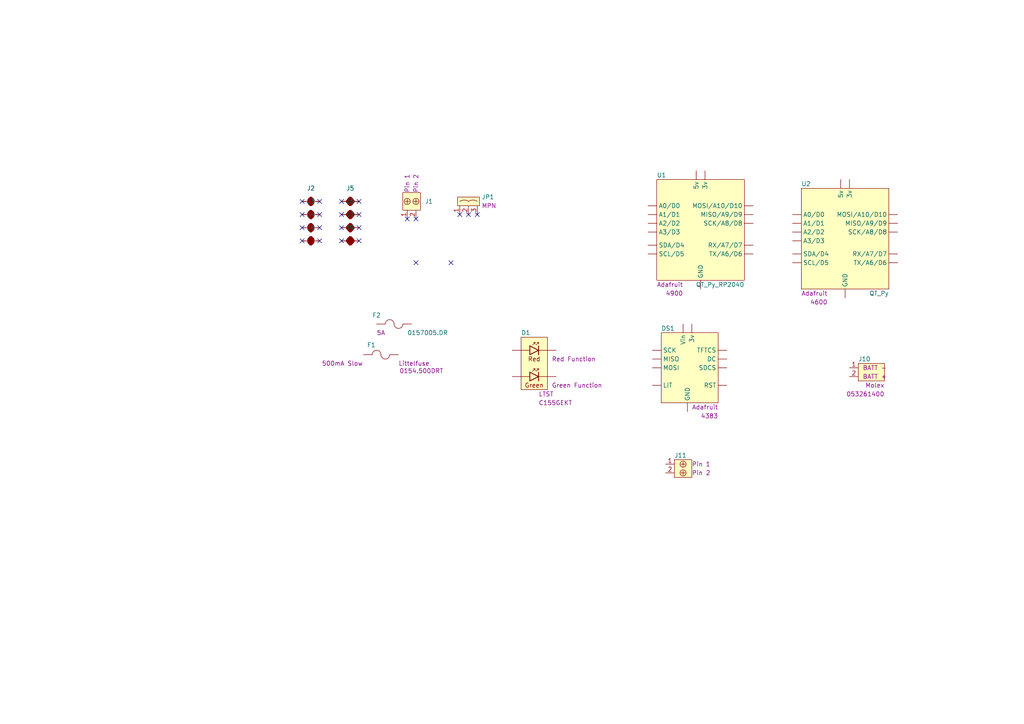
<source format=kicad_sch>
(kicad_sch (version 20211123) (generator eeschema)
  (paper "A4")
  (lib_symbols
    (symbol "BoxLib-Adafruit:QT_Py" (pin_numbers hide)
      (property "Reference" "U" (at -12.7 16.51 0))
      (property "Value" "QT_Py" (at 12.7 -15.24 0))
      (property "MPN" "4600" (at -5.08 -17.78 0))
      (property "Manufacturer" "Adafruit" (at -12.7 -15.24 0))
      (symbol "QT_Py_0_0"
        (pin bidirectional line (at 1.27 17.78 270) (length 2.54) (name "3v") (number "3v"))
        (pin power_in line (at -1.27 17.78 270) (length 2.54) (name "5v") (number "5v"))
        (pin bidirectional line (at -15.24 7.62 0) (length 2.54) (name "A0/D0") (number "A0"))
        (pin bidirectional line (at -15.24 5.08 0) (length 2.54) (name "A1/D1") (number "A1"))
        (pin bidirectional line (at -15.24 2.54 0) (length 2.54) (name "A2/D2") (number "A2"))
        (pin bidirectional line (at -15.24 0 0) (length 2.54) (name "A3/D3") (number "A3"))
        (pin power_in line (at 0 -16.51 90) (length 2.54) (name "GND") (number "GND"))
        (pin bidirectional line (at 15.24 5.08 180) (length 2.54) (name "MISO/A9/D9") (number "MISO"))
        (pin bidirectional line (at 15.24 7.62 180) (length 2.54) (name "MOSI/A10/D10") (number "MOSI"))
        (pin bidirectional line (at 15.24 -3.81 180) (length 2.54) (name "RX/A7/D7") (number "RX"))
        (pin bidirectional line (at 15.24 2.54 180) (length 2.54) (name "SCK/A8/D8") (number "SCK"))
        (pin bidirectional line (at -15.24 -6.35 0) (length 2.54) (name "SCL/D5") (number "SCL"))
        (pin bidirectional line (at -15.24 -3.81 0) (length 2.54) (name "SDA/D4") (number "SDA"))
        (pin bidirectional line (at 15.24 -6.35 180) (length 2.54) (name "TX/A6/D6") (number "TX"))
      )
      (symbol "QT_Py_0_1"
        (rectangle (start -12.7 15.24) (end 12.7 -13.97) (fill (type background)))
      )
    )
    (symbol "BoxLib-Adafruit:QT_Py_RP2040" (pin_numbers hide)
      (property "Reference" "U" (at -12.7 16.51 0))
      (property "Value" "QT_Py_RP2040" (at 12.7 -15.24 0))
      (property "MPN" "4900" (at -5.08 -17.78 0))
      (property "Manufacturer" "Adafruit" (at -12.7 -15.24 0))
      (symbol "QT_Py_RP2040_0_0"
        (pin bidirectional line (at 1.27 17.78 270) (length 2.54) (name "3v") (number "3v"))
        (pin power_in line (at -1.27 17.78 270) (length 2.54) (name "5v") (number "5v"))
        (pin bidirectional line (at -15.24 7.62 0) (length 2.54) (name "A0/D0") (number "A0"))
        (pin bidirectional line (at -15.24 5.08 0) (length 2.54) (name "A1/D1") (number "A1"))
        (pin bidirectional line (at -15.24 2.54 0) (length 2.54) (name "A2/D2") (number "A2"))
        (pin bidirectional line (at -15.24 0 0) (length 2.54) (name "A3/D3") (number "A3"))
        (pin power_in line (at 0 -16.51 90) (length 2.54) (name "GND") (number "GND"))
        (pin bidirectional line (at 15.24 5.08 180) (length 2.54) (name "MISO/A9/D9") (number "MISO"))
        (pin bidirectional line (at 15.24 7.62 180) (length 2.54) (name "MOSI/A10/D10") (number "MOSI"))
        (pin bidirectional line (at 15.24 -3.81 180) (length 2.54) (name "RX/A7/D7") (number "RX"))
        (pin bidirectional line (at 15.24 2.54 180) (length 2.54) (name "SCK/A8/D8") (number "SCK"))
        (pin bidirectional line (at -15.24 -6.35 0) (length 2.54) (name "SCL/D5") (number "SCL"))
        (pin bidirectional line (at -15.24 -3.81 0) (length 2.54) (name "SDA/D4") (number "SDA"))
        (pin bidirectional line (at 15.24 -6.35 180) (length 2.54) (name "TX/A6/D6") (number "TX"))
      )
      (symbol "QT_Py_RP2040_0_1"
        (rectangle (start -12.7 15.24) (end 12.7 -13.97) (fill (type background)))
      )
    )
    (symbol "BoxLib-Connectors:Generic_2Pos_terminal_block" (pin_names (offset 1.016))
      (property "Reference" "J" (at -2.54 2.54 0))
      (property "Pin1" "Pin 1" (at 2.54 0 0))
      (property "Pin2" "Pin 2" (at 2.54 -2.54 0))
      (symbol "Generic_2Pos_terminal_block_0_1"
        (rectangle (start -2.54 1.27) (end 2.54 -3.81) (fill (type background)))
        (polyline (pts (xy -0.635 0) (xy 0.635 0)))
        (polyline (pts (xy 0 0.635) (xy 0 -0.635)))
        (circle (center 0 0) (radius 0.889))
      )
      (symbol "Generic_2Pos_terminal_block_1_1"
        (circle (center 0 -2.54) (radius 0.889))
        (polyline (pts (xy 0 -1.905) (xy 0 -3.175)))
        (polyline (pts (xy 0.635 -2.54) (xy -0.635 -2.54)))
        (pin input line (at -5.08 0 0) (length 2.54) (name "~") (number "1"))
        (pin input line (at -5.08 -2.54 0) (length 2.54) (name "~") (number "2"))
      )
    )
    (symbol "BoxLib-Connectors:Molex_2Pos_terminal_block_1.25mm-0532614002" (pin_names (offset 1.016))
      (property "Reference" "J" (at -2.54 2.54 0))
      (property "Pin1" "Pin 1" (at -1.27 0 0))
      (property "Pin2" "Pin 2" (at -1.27 -2.54 0))
      (property "Manufacturer" "Molex" (at 5.08 -5.08 0))
      (property "MPN" "053261400" (at 5.08 -7.62 0))
      (symbol "Molex_2Pos_terminal_block_1.25mm-0532614002_0_1"
        (rectangle (start -2.54 1.27) (end 5.08 -3.81) (fill (type background)))
      )
      (symbol "Molex_2Pos_terminal_block_1.25mm-0532614002_1_1"
        (pin input line (at -5.08 0 0) (length 2.54) (name "~") (number "1"))
        (pin input line (at -5.08 -2.54 0) (length 2.54) (name "~") (number "2"))
      )
    )
    (symbol "BoxLib-Displays:Adafruit-4383" (pin_numbers hide)
      (property "Reference" "DS" (at -7.62 10.16 0))
      (property "Manufacturer" "Adafruit" (at 8.89 -12.7 0))
      (property "MPN" "4383" (at 8.89 -15.24 0))
      (symbol "Adafruit-4383_0_0"
        (pin bidirectional line (at 1.27 11.43 270) (length 2.54) (name "3v") (number "3v"))
        (pin bidirectional line (at 11.43 1.27 180) (length 2.54) (name "DC") (number "DC"))
        (pin power_in line (at 0 -13.97 90) (length 2.54) (name "GND") (number "GND"))
        (pin input line (at -10.16 -6.35 0) (length 2.54) (name "LIT") (number "LIT"))
        (pin bidirectional line (at -10.16 1.27 0) (length 2.54) (name "MISO") (number "MISO"))
        (pin bidirectional line (at -10.16 -1.27 0) (length 2.54) (name "MOSI") (number "MOSI"))
        (pin input line (at 11.43 -6.35 180) (length 2.54) (name "RST") (number "RST"))
        (pin bidirectional line (at -10.16 3.81 0) (length 2.54) (name "SCK") (number "SCK"))
        (pin bidirectional line (at 11.43 -1.27 180) (length 2.54) (name "SDCS") (number "SDCS"))
        (pin bidirectional line (at 11.43 3.81 180) (length 2.54) (name "TFTCS") (number "TFTCS"))
        (pin power_in line (at -1.27 11.43 270) (length 2.54) (name "Vin") (number "Vin"))
      )
      (symbol "Adafruit-4383_0_1"
        (rectangle (start -7.62 8.89) (end 8.89 -11.43) (fill (type background)))
      )
    )
    (symbol "BoxLib-Fuses:0157005.DR" (pin_numbers hide) (pin_names (offset 1.016) hide)
      (property "Reference" "F" (at -5.08 2.54 0))
      (property "Value" "0157005.DR" (at 3.81 -2.54 0))
      (property "Current" "5A" (at -3.81 -2.54 0))
      (symbol "0157005.DR_0_1"
        (arc (start 0 0) (mid -1.27 1.27) (end -2.54 0))
        (arc (start 0 0) (mid 1.27 -1.27) (end 2.54 0))
      )
      (symbol "0157005.DR_1_1"
        (pin bidirectional line (at -5.08 0 0) (length 2.54) (name "In") (number "1"))
        (pin bidirectional line (at 5.08 0 180) (length 2.54) (name "Out") (number "2"))
      )
    )
    (symbol "BoxLib-Fuses:Littelfuse_154_0.5A_Slow" (pin_numbers hide) (pin_names hide)
      (property "Reference" "F" (at -2.794 2.794 0))
      (property "Current" "500mA Slow" (at -5.207 -2.54 0))
      (property "Manufacturer" "Littelfuse" (at 5.08 -2.54 0))
      (property "MPN" "0154.500DRT" (at 5.334 -4.699 0))
      (symbol "Littelfuse_154_0.5A_Slow_0_1"
        (arc (start 0 0) (mid -1.27 1.27) (end -2.54 0))
        (arc (start 0 0) (mid 1.27 -1.27) (end 2.54 0))
      )
      (symbol "Littelfuse_154_0.5A_Slow_1_1"
        (pin bidirectional line (at -5.08 0 0) (length 2.54) (name "In") (number "1"))
        (pin bidirectional line (at 5.08 0 180) (length 2.54) (name "Out") (number "2"))
      )
    )
    (symbol "BoxLib-Headers:Jumper-3-Pos" (pin_names (offset 1.016))
      (property "Reference" "JP" (at -2.54 3.81 0))
      (property "MPN" "MPN" (at 0.635 3.81 0))
      (symbol "Jumper-3-Pos_0_1"
        (polyline (pts (xy -3.175 2.54) (xy 3.175 2.54) (xy 3.175 1.27) (xy 3.175 0) (xy -3.175 0) (xy -3.175 2.54)) (fill (type background)))
        (arc (start 2.54 1.27) (mid 1.27 1.6545) (end 0 1.27))
      )
      (symbol "Jumper-3-Pos_1_1"
        (arc (start 0 1.27) (mid -1.27 1.6545) (end -2.54 1.27))
        (pin passive line (at -2.54 -2.54 90) (length 2.54) (name "~") (number "1"))
        (pin passive line (at 0 -2.54 90) (length 2.54) (name "~") (number "2"))
        (pin passive line (at 2.54 -2.54 90) (length 2.54) (name "~") (number "3"))
      )
    )
    (symbol "BoxLib-Headers:Solder-Jumper-NC" (pin_numbers hide) (pin_names hide) (in_bom no)
      (property "Reference" "J" (at -1.27 2.54 0))
      (symbol "Solder-Jumper-NC_0_0"
        (arc (start -0.254 -1.27) (mid 1.032 0) (end -0.254 1.27) (fill (type outline)))
        (polyline (pts (xy -0.254 -1.27) (xy -0.254 1.27)))
        (polyline (pts (xy 0.254 1.27) (xy 0.254 -1.27)))
        (polyline (pts (xy 0.635 0) (xy -0.635 0)) (stroke (width 1.27)))
        (arc (start 0.254 1.27) (mid -1.032 0) (end 0.254 -1.27) (fill (type outline)))
      )
      (symbol "Solder-Jumper-NC_1_1"
        (pin passive line (at -2.54 0 0) (length 1.27) (name "") (number "1"))
        (pin passive line (at 2.54 0 180) (length 1.27) (name "") (number "2"))
      )
    )
    (symbol "BoxLib-Headers:Solder-Jumper-NO" (pin_numbers hide) (pin_names hide) (in_bom no)
      (property "Reference" "J" (at -1.27 2.54 0))
      (symbol "Solder-Jumper-NO_0_0"
        (arc (start -0.254 -1.27) (mid 1.032 0) (end -0.254 1.27) (fill (type outline)))
        (polyline (pts (xy -0.254 -1.27) (xy -0.254 1.27)))
        (polyline (pts (xy 0.254 1.27) (xy 0.254 -1.27)))
        (arc (start 0.254 1.27) (mid -1.032 0) (end 0.254 -1.27) (fill (type outline)))
      )
      (symbol "Solder-Jumper-NO_1_1"
        (pin passive line (at -2.54 0 0) (length 1.27) (name "") (number "1"))
        (pin passive line (at 2.54 0 180) (length 1.27) (name "") (number "2"))
      )
    )
    (symbol "BoxLib-LEDs:LED-LTST-C155GEKT" (pin_numbers hide) (pin_names hide)
      (property "Reference" "D" (at -3.81 8.89 0))
      (property "Red" "Red Function" (at 5.08 1.27 0))
      (property "Green" "Green Function" (at 5.08 -6.35 0))
      (property "Manufacturer" "LTST" (at 1.27 -8.89 0))
      (property "MPN" "C155GEKT" (at 1.27 -11.43 0))
      (symbol "LED-LTST-C155GEKT_0_0"
        (rectangle (start -3.81 7.62) (end 3.81 -7.62) (fill (type background)))
        (text "Green" (at 0 -6.35 0) (effects (font (size 1.27 1.27))))
        (text "Red" (at 0 1.27 0) (effects (font (size 1.27 1.27))))
      )
      (symbol "LED-LTST-C155GEKT_0_1"
        (polyline (pts (xy 1.27 -1.524) (xy 0.762 -1.524)))
        (polyline (pts (xy 1.27 6.096) (xy 0.762 6.096)))
        (polyline (pts (xy 0.508 -2.286) (xy 1.27 -1.524) (xy 1.27 -2.032)))
        (polyline (pts (xy 0.508 5.334) (xy 1.27 6.096) (xy 1.27 5.588)))
      )
      (symbol "LED-LTST-C155GEKT_1_1"
        (polyline (pts (xy 0.254 -1.524) (xy -0.254 -1.524)))
        (polyline (pts (xy 0.254 6.096) (xy -0.254 6.096)))
        (polyline (pts (xy 1.27 -5.08) (xy 1.27 -2.54)) (stroke (width 0.254)))
        (polyline (pts (xy 1.27 2.54) (xy 1.27 5.08)) (stroke (width 0.254)))
        (polyline (pts (xy -0.508 -2.286) (xy 0.254 -1.524) (xy 0.254 -2.032)))
        (polyline (pts (xy -0.508 5.334) (xy 0.254 6.096) (xy 0.254 5.588)))
        (polyline (pts (xy -1.27 -2.54) (xy 1.27 -3.81) (xy -1.27 -5.08) (xy -1.27 -2.54)) (stroke (width 0.254)))
        (polyline (pts (xy -1.27 5.08) (xy 1.27 3.81) (xy -1.27 2.54) (xy -1.27 5.08)) (stroke (width 0.254)))
        (pin passive line (at -6.35 3.81 0) (length 5.08) (name "") (number "1"))
        (pin passive line (at -6.35 -3.81 0) (length 5.08) (name "") (number "2"))
        (pin passive line (at 6.35 3.81 180) (length 5.08) (name "") (number "3"))
        (pin passive line (at 6.35 -3.81 180) (length 5.08) (name "") (number "4"))
      )
    )
    (symbol "Solder-Jumper-NC_1" (pin_numbers hide) (pin_names hide) (in_bom no)
      (property "Reference" "J" (at -1.27 2.54 0))
      (symbol "Solder-Jumper-NC_1_0_0"
        (arc (start -0.254 -1.27) (mid 1.032 0) (end -0.254 1.27) (fill (type outline)))
        (polyline (pts (xy -0.254 -1.27) (xy -0.254 1.27)))
        (polyline (pts (xy 0.254 1.27) (xy 0.254 -1.27)))
        (polyline (pts (xy 0.635 0) (xy -0.635 0)) (stroke (width 1.27)))
        (arc (start 0.254 1.27) (mid -1.032 0) (end 0.254 -1.27) (fill (type outline)))
      )
      (symbol "Solder-Jumper-NC_1_1_1"
        (pin passive line (at -2.54 0 0) (length 1.27) (name "") (number "1"))
        (pin passive line (at 2.54 0 180) (length 1.27) (name "") (number "2"))
      )
    )
    (symbol "Solder-Jumper-NC_2" (pin_numbers hide) (pin_names hide) (in_bom no)
      (property "Reference" "J" (at -1.27 2.54 0))
      (symbol "Solder-Jumper-NC_2_0_0"
        (arc (start -0.254 -1.27) (mid 1.032 0) (end -0.254 1.27) (fill (type outline)))
        (polyline (pts (xy -0.254 -1.27) (xy -0.254 1.27)))
        (polyline (pts (xy 0.254 1.27) (xy 0.254 -1.27)))
        (polyline (pts (xy 0.635 0) (xy -0.635 0)) (stroke (width 1.27)))
        (arc (start 0.254 1.27) (mid -1.032 0) (end 0.254 -1.27) (fill (type outline)))
      )
      (symbol "Solder-Jumper-NC_2_1_1"
        (pin passive line (at -2.54 0 0) (length 1.27) (name "") (number "1"))
        (pin passive line (at 2.54 0 180) (length 1.27) (name "") (number "2"))
      )
    )
    (symbol "Solder-Jumper-NC_3" (pin_numbers hide) (pin_names hide) (in_bom no)
      (property "Reference" "J" (at -1.27 2.54 0))
      (symbol "Solder-Jumper-NC_3_0_0"
        (arc (start -0.254 -1.27) (mid 1.032 0) (end -0.254 1.27) (fill (type outline)))
        (polyline (pts (xy -0.254 -1.27) (xy -0.254 1.27)))
        (polyline (pts (xy 0.254 1.27) (xy 0.254 -1.27)))
        (polyline (pts (xy 0.635 0) (xy -0.635 0)) (stroke (width 1.27)))
        (arc (start 0.254 1.27) (mid -1.032 0) (end 0.254 -1.27) (fill (type outline)))
      )
      (symbol "Solder-Jumper-NC_3_1_1"
        (pin passive line (at -2.54 0 0) (length 1.27) (name "") (number "1"))
        (pin passive line (at 2.54 0 180) (length 1.27) (name "") (number "2"))
      )
    )
    (symbol "Solder-Jumper-NO_1" (pin_numbers hide) (pin_names hide) (in_bom no)
      (property "Reference" "J" (at -1.27 2.54 0))
      (symbol "Solder-Jumper-NO_1_0_0"
        (arc (start -0.254 -1.27) (mid 1.032 0) (end -0.254 1.27) (fill (type outline)))
        (polyline (pts (xy -0.254 -1.27) (xy -0.254 1.27)))
        (polyline (pts (xy 0.254 1.27) (xy 0.254 -1.27)))
        (arc (start 0.254 1.27) (mid -1.032 0) (end 0.254 -1.27) (fill (type outline)))
      )
      (symbol "Solder-Jumper-NO_1_1_1"
        (pin passive line (at -2.54 0 0) (length 1.27) (name "") (number "1"))
        (pin passive line (at 2.54 0 180) (length 1.27) (name "") (number "2"))
      )
    )
    (symbol "Solder-Jumper-NO_2" (pin_numbers hide) (pin_names hide) (in_bom no)
      (property "Reference" "J" (at -1.27 2.54 0))
      (symbol "Solder-Jumper-NO_2_0_0"
        (arc (start -0.254 -1.27) (mid 1.032 0) (end -0.254 1.27) (fill (type outline)))
        (polyline (pts (xy -0.254 -1.27) (xy -0.254 1.27)))
        (polyline (pts (xy 0.254 1.27) (xy 0.254 -1.27)))
        (arc (start 0.254 1.27) (mid -1.032 0) (end 0.254 -1.27) (fill (type outline)))
      )
      (symbol "Solder-Jumper-NO_2_1_1"
        (pin passive line (at -2.54 0 0) (length 1.27) (name "") (number "1"))
        (pin passive line (at 2.54 0 180) (length 1.27) (name "") (number "2"))
      )
    )
    (symbol "Solder-Jumper-NO_3" (pin_numbers hide) (pin_names hide) (in_bom no)
      (property "Reference" "J" (at -1.27 2.54 0))
      (symbol "Solder-Jumper-NO_3_0_0"
        (arc (start -0.254 -1.27) (mid 1.032 0) (end -0.254 1.27) (fill (type outline)))
        (polyline (pts (xy -0.254 -1.27) (xy -0.254 1.27)))
        (polyline (pts (xy 0.254 1.27) (xy 0.254 -1.27)))
        (arc (start 0.254 1.27) (mid -1.032 0) (end 0.254 -1.27) (fill (type outline)))
      )
      (symbol "Solder-Jumper-NO_3_1_1"
        (pin passive line (at -2.54 0 0) (length 1.27) (name "") (number "1"))
        (pin passive line (at 2.54 0 180) (length 1.27) (name "") (number "2"))
      )
    )
  )
  (no_connect (at 99.06 58.42))
  (no_connect (at 99.06 62.23))
  (no_connect (at 104.14 62.23))
  (no_connect (at 92.71 58.42))
  (no_connect (at 92.71 62.23))
  (no_connect (at 87.63 58.42))
  (no_connect (at 87.63 62.23))
  (no_connect (at 87.63 66.04))
  (no_connect (at 104.14 69.85))
  (no_connect (at 99.06 69.85))
  (no_connect (at 99.06 66.04))
  (no_connect (at 104.14 66.04))
  (no_connect (at 92.71 66.04))
  (no_connect (at 92.71 69.85))
  (no_connect (at 87.63 69.85))
  (no_connect (at 120.65 76.2))
  (no_connect (at 130.81 76.2))
  (no_connect (at 120.65 63.5))
  (no_connect (at 133.35 62.23))
  (no_connect (at 138.43 62.23))
  (no_connect (at 135.89 62.23))
  (no_connect (at 118.11 63.5))
  (no_connect (at 104.14 58.42))
  (symbol (lib_id "BoxLib-Headers:Solder-Jumper-NC") (at 101.6 62.23 0) (unit 1) (in_bom no)
    (property "Reference" "J6" (at 101.6 58.42 0))
    (property "Value" "Solder-Jumper-NC" (effects hide))
    (property "Footprint" "BoxLib:Jumper-Solder-3mm-NC" (effects hide))
  )
  (symbol (lib_name "Solder-Jumper-NC_1") (lib_id "BoxLib-Headers:Solder-Jumper-NC") (at 101.6 66.04 0) (unit 1) (in_bom no)
    (property "Reference" "J7" (at 101.6 62.23 0))
    (property "Value" "Solder-Jumper-NC" (effects hide))
    (property "Footprint" "BoxLib:Jumper-Solder-Chevron-3mm-NC" (effects hide))
  )
  (symbol (lib_id "BoxLib-Connectors:Molex_2Pos_terminal_block_1.25mm-0532614002") (at 251.46 106.68 0) (unit 1)
    (property "Reference" "J10" (at 248.92 104.14 0) (effects (justify left)))
    (property "Value" "Molex_2Pos_terminal_block_1.25mm-0532614002" (effects hide))
    (property "Footprint" "BoxLib:Connector-SMD-2Pos-Molex-0532614002" (effects hide))
    (property "Pin1" "BATT -" (at 250.19 106.68 0) (effects (justify left)))
    (property "Pin2" "BATT +" (at 250.19 109.22 0) (effects (justify left)))
    (property "Manufacturer" "Molex" (at 256.54 111.76 0) (effects (justify right)))
    (property "MPN" "053261400" (at 256.54 114.3 0) (effects (justify right)))
  )
  (symbol (lib_id "BoxLib-Fuses:0157005.DR") (at 114.3 93.98 0) (unit 1)
    (property "Reference" "F2" (at 109.22 91.44 0))
    (property "Value" "0157005.DR" (at 118.11 96.52 0) (effects (justify left)))
    (property "Footprint" "BoxLib:Nano2-157" (effects hide))
    (property "Datasheet" "https://www.littelfuse.com/~/media/electronics/datasheets/fuses/littelfuse_fuse_157t_datasheet.pdf.pdf" (effects hide))
    (property "Current" "5A" (at 110.49 96.52 0))
  )
  (symbol (lib_name "Solder-Jumper-NO_2") (lib_id "BoxLib-Headers:Solder-Jumper-NO") (at 90.17 62.23 0) (unit 1) (in_bom no)
    (property "Reference" "J3" (at 90.17 58.42 0))
    (property "Value" "Solder-Jumper-NO" (effects hide))
    (property "Footprint" "BoxLib:Jumper-Solder-3mm-NO" (effects hide))
  )
  (symbol (lib_id "BoxLib-Connectors:Generic_2Pos_terminal_block") (at 118.11 58.42 90) (unit 1)
    (property "Reference" "J1" (at 123.19 58.4199 90) (effects (justify right)))
    (property "Value" "Generic_2Pos_terminal_block" (effects hide))
    (property "Footprint" "BoxLib:PTH-2-1_5mmx2mmx5mm" (effects hide))
    (property "Pin1" "Pin 1" (at 118.11 55.88 0) (effects (justify left)))
    (property "Pin2" "Pin 2" (at 120.65 55.88 0) (effects (justify left)))
  )
  (symbol (lib_id "BoxLib-Headers:Jumper-3-Pos") (at 135.89 59.69 0) (unit 1)
    (property "Reference" "JP1" (at 139.7 57.1499 0) (effects (justify left)))
    (property "Value" "Jumper-3-Pos" (effects hide))
    (property "Footprint" "BoxLib:Header-3pos-0.5in-1.27mm-Harwin-M50-3530342" (effects hide))
    (property "MPN" "MPN" (at 139.7 59.6899 0) (effects (justify left)))
    (property "Pin1" "Poop Shit" (effects hide))
    (property "Pin2" "Pin 2" (effects hide))
    (property "Pin3" "GND" (effects hide))
  )
  (symbol (lib_id "BoxLib-Adafruit:QT_Py") (at 245.11 69.85 0) (unit 1)
    (property "Reference" "U2" (at 232.41 53.34 0) (effects (justify left)))
    (property "Value" "QT_Py" (at 257.81 85.09 0) (effects (justify right)))
    (property "Footprint" "BoxLib:Adafruit-QT_Py-PTH" (effects hide))
    (property "Datasheet" "https://www.adafruit.com/product/4600" (effects hide))
    (property "MPN" "4600" (at 240.03 87.63 0) (effects (justify right)))
    (property "Manufacturer" "Adafruit" (at 232.41 85.09 0) (effects (justify left)))
    (property "A0 Pin" "A0" (effects hide))
    (property "A1 Pin" "A1" (effects hide))
    (property "A2 Pin" "A2" (effects hide))
    (property "A3 Pin" "A3" (effects hide))
    (property "SDA Pin" "SDA" (effects hide))
    (property "SCL Pin" "SCL" (effects hide))
    (property "TX Pin" "TX" (effects hide))
    (property "RX Pin" "RX" (effects hide))
    (property "SCK Pin" "SCK" (effects hide))
    (property "MISO Pin" "MISO" (effects hide))
    (property "MOSI Pin" "MOSI" (effects hide))
    (property "3v Pin" "3v" (effects hide))
    (property "GND Pin" "GND" (effects hide))
    (property "5v Pin" "5v" (effects hide))
  )
  (symbol (lib_id "BoxLib-Headers:Solder-Jumper-NO") (at 90.17 58.42 0) (unit 1) (in_bom no)
    (property "Reference" "J2" (at 90.17 54.61 0))
    (property "Value" "Solder-Jumper-NO" (effects hide))
    (property "Footprint" "BoxLib:Jumper-Solder-1mm-NO" (effects hide))
  )
  (symbol (lib_name "Solder-Jumper-NC_2") (lib_id "BoxLib-Headers:Solder-Jumper-NC") (at 101.6 69.85 0) (unit 1) (in_bom no)
    (property "Reference" "J9" (at 101.6 66.04 0))
    (property "Value" "Solder-Jumper-NC" (effects hide))
    (property "Footprint" "BoxLib:Jumper-Solder-2mm-NC" (effects hide))
  )
  (symbol (lib_id "BoxLib-Displays:Adafruit-4383") (at 199.39 105.41 0) (unit 1)
    (property "Reference" "DS1" (at 191.77 95.25 0) (effects (justify left)))
    (property "Value" "Adafruit-4383" (effects hide))
    (property "Footprint" "BoxLib:Adafruit-1_14-tft-display-4383" (effects hide))
    (property "Manufacturer" "Adafruit" (at 208.28 118.11 0) (effects (justify right)))
    (property "MPN" "4383" (at 208.28 120.65 0) (effects (justify right)))
  )
  (symbol (lib_id "BoxLib-Connectors:Generic_2Pos_terminal_block") (at 198.12 134.62 0) (unit 1)
    (property "Reference" "J11" (at 195.58 132.08 0) (effects (justify left)))
    (property "Value" "Generic_2Pos_terminal_block" (effects hide))
    (property "Footprint" "BoxLib:Connector-SMD-2Pos-Wago-2060-452_998-404" (effects hide))
    (property "Pin1" "Pin 1" (at 200.66 134.62 0) (effects (justify left)))
    (property "Pin2" "Pin 2" (at 200.66 137.16 0) (effects (justify left)))
  )
  (symbol (lib_id "BoxLib-LEDs:LED-LTST-C155GEKT") (at 154.94 105.41 0) (unit 1)
    (property "Reference" "D1" (at 151.13 96.52 0) (effects (justify left)))
    (property "Value" "LED-LTST-C155GEKT" (effects hide))
    (property "Footprint" "BoxLib:LED-LTST-C155GEKT" (effects hide))
    (property "Datasheet" "https://media.digikey.com/pdf/Data%20Sheets/Lite-On%20PDFs/LTST-C155GEKT.pdf" (effects hide))
    (property "Red" "Red Function" (at 160.02 104.14 0) (effects (justify left)))
    (property "Green" "Green Function" (at 160.02 111.76 0) (effects (justify left)))
    (property "Manufacturer" "LTST" (at 156.21 114.3 0) (effects (justify left)))
    (property "MPN" "C155GEKT" (at 156.21 116.84 0) (effects (justify left)))
  )
  (symbol (lib_name "Solder-Jumper-NC_3") (lib_id "BoxLib-Headers:Solder-Jumper-NC") (at 101.6 58.42 0) (unit 1) (in_bom no)
    (property "Reference" "J5" (at 101.6 54.61 0))
    (property "Value" "Solder-Jumper-NC" (effects hide))
    (property "Footprint" "BoxLib:Jumper-Solder-1mm-NC" (effects hide))
  )
  (symbol (lib_name "Solder-Jumper-NO_3") (lib_id "BoxLib-Headers:Solder-Jumper-NO") (at 90.17 66.04 0) (unit 1) (in_bom no)
    (property "Reference" "J4" (at 90.17 62.23 0))
    (property "Value" "Solder-Jumper-NO" (effects hide))
    (property "Footprint" "BoxLib:Jumper-Solder-Chevron-3mm-NO" (effects hide))
  )
  (symbol (lib_name "Solder-Jumper-NO_1") (lib_id "BoxLib-Headers:Solder-Jumper-NO") (at 90.17 69.85 0) (unit 1) (in_bom no)
    (property "Reference" "J8" (at 90.17 66.04 0))
    (property "Value" "Solder-Jumper-NO" (effects hide))
    (property "Footprint" "BoxLib:Jumper-Solder-2mm-NO" (effects hide))
  )
  (symbol (lib_id "BoxLib-Fuses:Littelfuse_154_0.5A_Slow") (at 110.49 102.87 0) (unit 1)
    (property "Reference" "F1" (at 107.696 100.076 0))
    (property "Value" "Littelfuse_154_0.5A_Slow" (effects hide))
    (property "Footprint" "BoxLib:Fuse-Current-Littelfuse-Nano2_154" (effects hide))
    (property "Datasheet" "https://m.littelfuse.com/~/media/electronics/datasheets/fuses/littelfuse_fuse_154_154t_154l_154tl_datasheet.pdf.pdf" (effects hide))
    (property "Current" "500mA Slow" (at 105.283 105.41 0) (effects (justify right)))
    (property "Manufacturer" "Littelfuse" (at 115.57 105.41 0) (effects (justify left)))
    (property "MPN" "0154.500DRT" (at 115.824 107.569 0) (effects (justify left)))
    (property "Replace With" "454.5" (effects hide))
  )
  (symbol (lib_id "BoxLib-Adafruit:QT_Py_RP2040") (at 203.2 67.31 0) (unit 1)
    (property "Reference" "U1" (at 190.5 50.8 0) (effects (justify left)))
    (property "Value" "QT_Py_RP2040" (at 215.9 82.55 0) (effects (justify right)))
    (property "Footprint" "BoxLib:Adafruit-QT_Py_RP2040-PTH" (effects hide))
    (property "Datasheet" "https://www.adafruit.com/product/4900" (effects hide))
    (property "MPN" "4900" (at 198.12 85.09 0) (effects (justify right)))
    (property "Manufacturer" "Adafruit" (at 190.5 82.55 0) (effects (justify left)))
    (property "A0 Pin" "A0" (effects hide))
    (property "A1 Pin" "A1" (effects hide))
    (property "A2 Pin" "A2" (effects hide))
    (property "A3 Pin" "A3" (effects hide))
    (property "SDA Pin" "SDA" (effects hide))
    (property "SCL Pin" "SCL" (effects hide))
    (property "TX Pin" "TX" (effects hide))
    (property "RX Pin" "RX" (effects hide))
    (property "SCK Pin" "SCK" (effects hide))
    (property "MISO Pin" "MISO" (effects hide))
    (property "MOSI Pin" "MOSI" (effects hide))
    (property "3v Pin" "3v" (effects hide))
    (property "GND Pin" "GND" (effects hide))
    (property "5v Pin" "5v" (effects hide))
  )
)
</source>
